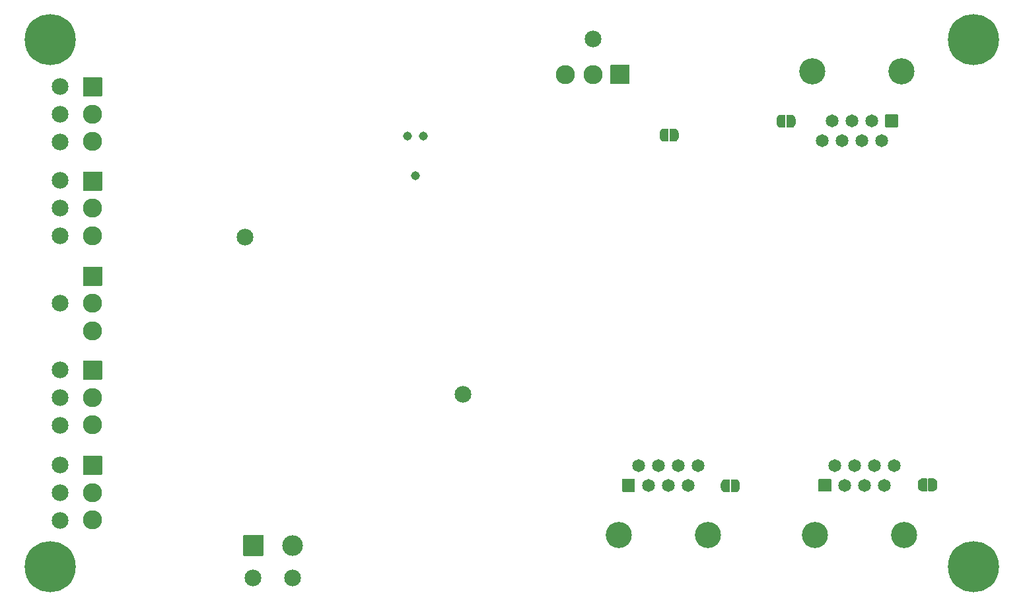
<source format=gbs>
G04 #@! TF.GenerationSoftware,KiCad,Pcbnew,6.0.10-86aedd382b~118~ubuntu18.04.1*
G04 #@! TF.CreationDate,2024-09-27T11:47:30-06:00*
G04 #@! TF.ProjectId,mss-siding,6d73732d-7369-4646-996e-672e6b696361,rev?*
G04 #@! TF.SameCoordinates,Original*
G04 #@! TF.FileFunction,Soldermask,Bot*
G04 #@! TF.FilePolarity,Negative*
%FSLAX46Y46*%
G04 Gerber Fmt 4.6, Leading zero omitted, Abs format (unit mm)*
G04 Created by KiCad (PCBNEW 6.0.10-86aedd382b~118~ubuntu18.04.1) date 2024-09-27 11:47:30*
%MOMM*%
%LPD*%
G01*
G04 APERTURE LIST*
%ADD10C,6.552400*%
%ADD11C,2.452400*%
%ADD12C,1.143000*%
%ADD13C,3.352400*%
%ADD14C,1.652400*%
%ADD15C,2.652400*%
%ADD16C,2.152400*%
G04 APERTURE END LIST*
D10*
X29718000Y-119888000D03*
G36*
G01*
X34029000Y-173200800D02*
X36329000Y-173200800D01*
G75*
G02*
X36405200Y-173277000I0J-76200D01*
G01*
X36405200Y-175577000D01*
G75*
G02*
X36329000Y-175653200I-76200J0D01*
G01*
X34029000Y-175653200D01*
G75*
G02*
X33952800Y-175577000I0J76200D01*
G01*
X33952800Y-173277000D01*
G75*
G02*
X34029000Y-173200800I76200J0D01*
G01*
G37*
D11*
X35179000Y-177927000D03*
X35179000Y-181427000D03*
G36*
G01*
X34029000Y-124686800D02*
X36329000Y-124686800D01*
G75*
G02*
X36405200Y-124763000I0J-76200D01*
G01*
X36405200Y-127063000D01*
G75*
G02*
X36329000Y-127139200I-76200J0D01*
G01*
X34029000Y-127139200D01*
G75*
G02*
X33952800Y-127063000I0J76200D01*
G01*
X33952800Y-124763000D01*
G75*
G02*
X34029000Y-124686800I76200J0D01*
G01*
G37*
X35179000Y-129413000D03*
X35179000Y-132913000D03*
D12*
X76581000Y-137287000D03*
X75565000Y-132207000D03*
X77597000Y-132207000D03*
D13*
X139227500Y-183328750D03*
X127797500Y-183328750D03*
G36*
G01*
X128241300Y-177728750D02*
X128241300Y-176228750D01*
G75*
G02*
X128317500Y-176152550I76200J0D01*
G01*
X129817500Y-176152550D01*
G75*
G02*
X129893700Y-176228750I0J-76200D01*
G01*
X129893700Y-177728750D01*
G75*
G02*
X129817500Y-177804950I-76200J0D01*
G01*
X128317500Y-177804950D01*
G75*
G02*
X128241300Y-177728750I0J76200D01*
G01*
G37*
D14*
X130337500Y-174438750D03*
X131607500Y-176978750D03*
X132877500Y-174438750D03*
X134147500Y-176978750D03*
X135417500Y-174438750D03*
X136687500Y-176978750D03*
X137957500Y-174438750D03*
G36*
G01*
X34029000Y-148943800D02*
X36329000Y-148943800D01*
G75*
G02*
X36405200Y-149020000I0J-76200D01*
G01*
X36405200Y-151320000D01*
G75*
G02*
X36329000Y-151396200I-76200J0D01*
G01*
X34029000Y-151396200D01*
G75*
G02*
X33952800Y-151320000I0J76200D01*
G01*
X33952800Y-149020000D01*
G75*
G02*
X34029000Y-148943800I76200J0D01*
G01*
G37*
D11*
X35179000Y-153670000D03*
X35179000Y-157170000D03*
G36*
G01*
X54466800Y-185954000D02*
X54466800Y-183454000D01*
G75*
G02*
X54543000Y-183377800I76200J0D01*
G01*
X57043000Y-183377800D01*
G75*
G02*
X57119200Y-183454000I0J-76200D01*
G01*
X57119200Y-185954000D01*
G75*
G02*
X57043000Y-186030200I-76200J0D01*
G01*
X54543000Y-186030200D01*
G75*
G02*
X54466800Y-185954000I0J76200D01*
G01*
G37*
D15*
X60793000Y-184704000D03*
G36*
G01*
X34029000Y-136751800D02*
X36329000Y-136751800D01*
G75*
G02*
X36405200Y-136828000I0J-76200D01*
G01*
X36405200Y-139128000D01*
G75*
G02*
X36329000Y-139204200I-76200J0D01*
G01*
X34029000Y-139204200D01*
G75*
G02*
X33952800Y-139128000I0J76200D01*
G01*
X33952800Y-136828000D01*
G75*
G02*
X34029000Y-136751800I76200J0D01*
G01*
G37*
D11*
X35179000Y-141478000D03*
X35179000Y-144978000D03*
D13*
X102616000Y-183348750D03*
X114046000Y-183348750D03*
G36*
G01*
X103059800Y-177748750D02*
X103059800Y-176248750D01*
G75*
G02*
X103136000Y-176172550I76200J0D01*
G01*
X104636000Y-176172550D01*
G75*
G02*
X104712200Y-176248750I0J-76200D01*
G01*
X104712200Y-177748750D01*
G75*
G02*
X104636000Y-177824950I-76200J0D01*
G01*
X103136000Y-177824950D01*
G75*
G02*
X103059800Y-177748750I0J76200D01*
G01*
G37*
D14*
X105156000Y-174458750D03*
X106426000Y-176998750D03*
X107696000Y-174458750D03*
X108966000Y-176998750D03*
X110236000Y-174458750D03*
X111506000Y-176998750D03*
X112776000Y-174458750D03*
G36*
G01*
X34029000Y-161008800D02*
X36329000Y-161008800D01*
G75*
G02*
X36405200Y-161085000I0J-76200D01*
G01*
X36405200Y-163385000D01*
G75*
G02*
X36329000Y-163461200I-76200J0D01*
G01*
X34029000Y-163461200D01*
G75*
G02*
X33952800Y-163385000I0J76200D01*
G01*
X33952800Y-161085000D01*
G75*
G02*
X34029000Y-161008800I76200J0D01*
G01*
G37*
D11*
X35179000Y-165735000D03*
X35179000Y-169235000D03*
G36*
G01*
X104040200Y-123183000D02*
X104040200Y-125483000D01*
G75*
G02*
X103964000Y-125559200I-76200J0D01*
G01*
X101664000Y-125559200D01*
G75*
G02*
X101587800Y-125483000I0J76200D01*
G01*
X101587800Y-123183000D01*
G75*
G02*
X101664000Y-123106800I76200J0D01*
G01*
X103964000Y-123106800D01*
G75*
G02*
X104040200Y-123183000I0J-76200D01*
G01*
G37*
X99314000Y-124333000D03*
X95814000Y-124333000D03*
D13*
X127472500Y-123932750D03*
X138902500Y-123932750D03*
G36*
G01*
X138458700Y-129532750D02*
X138458700Y-131032750D01*
G75*
G02*
X138382500Y-131108950I-76200J0D01*
G01*
X136882500Y-131108950D01*
G75*
G02*
X136806300Y-131032750I0J76200D01*
G01*
X136806300Y-129532750D01*
G75*
G02*
X136882500Y-129456550I76200J0D01*
G01*
X138382500Y-129456550D01*
G75*
G02*
X138458700Y-129532750I0J-76200D01*
G01*
G37*
D14*
X136362500Y-132822750D03*
X135092500Y-130282750D03*
X133822500Y-132822750D03*
X132552500Y-130282750D03*
X131282500Y-132822750D03*
X130012500Y-130282750D03*
X128742500Y-132822750D03*
D10*
X29718000Y-187452000D03*
X148082000Y-187412750D03*
X148082000Y-119848750D03*
D16*
X30988000Y-181483000D03*
X30988000Y-162179000D03*
G36*
X117053020Y-177846373D02*
G01*
X117026958Y-177801232D01*
X117025800Y-177788000D01*
X117025800Y-176288000D01*
X117043627Y-176239020D01*
X117088768Y-176212958D01*
X117102000Y-176211800D01*
X117602000Y-176211800D01*
X117616334Y-176217017D01*
X117683337Y-176218245D01*
X117704664Y-176221699D01*
X117839979Y-176263974D01*
X117859480Y-176273275D01*
X117977490Y-176351830D01*
X117993596Y-176366231D01*
X118084816Y-176474750D01*
X118096233Y-176493092D01*
X118153328Y-176622851D01*
X118159138Y-176643660D01*
X118176060Y-176773068D01*
X118177042Y-176774768D01*
X118178200Y-176788000D01*
X118178200Y-177288000D01*
X118177448Y-177290066D01*
X118177256Y-177305833D01*
X118155445Y-177445910D01*
X118149128Y-177466570D01*
X118088880Y-177594895D01*
X118077018Y-177612953D01*
X117983174Y-177719211D01*
X117966721Y-177733213D01*
X117846826Y-177808861D01*
X117827105Y-177817683D01*
X117690798Y-177856640D01*
X117669392Y-177859573D01*
X117621745Y-177859282D01*
X117615232Y-177863042D01*
X117602000Y-177864200D01*
X117102000Y-177864200D01*
X117053020Y-177846373D01*
G37*
G36*
X116287919Y-177859075D02*
G01*
X116227630Y-177858707D01*
X116206262Y-177855513D01*
X116070441Y-177814894D01*
X116050828Y-177805832D01*
X115931866Y-177728725D01*
X115915585Y-177714522D01*
X115823047Y-177607125D01*
X115811408Y-177588924D01*
X115752731Y-177459872D01*
X115746667Y-177439135D01*
X115726570Y-177298802D01*
X115725800Y-177288000D01*
X115725800Y-176788000D01*
X115725806Y-176787071D01*
X115725955Y-176774855D01*
X115727005Y-176763142D01*
X115750525Y-176623341D01*
X115757094Y-176602758D01*
X115818906Y-176475179D01*
X115830987Y-176457268D01*
X115926122Y-176352164D01*
X115942745Y-176338363D01*
X116063555Y-176264186D01*
X116083383Y-176255606D01*
X116220156Y-176218317D01*
X116241596Y-176215647D01*
X116282802Y-176216402D01*
X116288768Y-176212958D01*
X116302000Y-176211800D01*
X116802000Y-176211800D01*
X116850980Y-176229627D01*
X116877042Y-176274768D01*
X116878200Y-176288000D01*
X116878200Y-177788000D01*
X116860373Y-177836980D01*
X116815232Y-177863042D01*
X116802000Y-177864200D01*
X116302000Y-177864200D01*
X116287919Y-177859075D01*
G37*
X30988000Y-141478000D03*
X31002000Y-174371000D03*
X60833000Y-188849000D03*
X54737000Y-145161000D03*
G36*
X109194020Y-132888373D02*
G01*
X109167958Y-132843232D01*
X109166800Y-132830000D01*
X109166800Y-131330000D01*
X109184627Y-131281020D01*
X109229768Y-131254958D01*
X109243000Y-131253800D01*
X109743000Y-131253800D01*
X109757334Y-131259017D01*
X109824337Y-131260245D01*
X109845664Y-131263699D01*
X109980979Y-131305974D01*
X110000480Y-131315275D01*
X110118490Y-131393830D01*
X110134596Y-131408231D01*
X110225816Y-131516750D01*
X110237233Y-131535092D01*
X110294328Y-131664851D01*
X110300138Y-131685660D01*
X110317060Y-131815068D01*
X110318042Y-131816768D01*
X110319200Y-131830000D01*
X110319200Y-132330000D01*
X110318448Y-132332066D01*
X110318256Y-132347833D01*
X110296445Y-132487910D01*
X110290128Y-132508570D01*
X110229880Y-132636895D01*
X110218018Y-132654953D01*
X110124174Y-132761211D01*
X110107721Y-132775213D01*
X109987826Y-132850861D01*
X109968105Y-132859683D01*
X109831798Y-132898640D01*
X109810392Y-132901573D01*
X109762745Y-132901282D01*
X109756232Y-132905042D01*
X109743000Y-132906200D01*
X109243000Y-132906200D01*
X109194020Y-132888373D01*
G37*
G36*
X108428919Y-132901075D02*
G01*
X108368630Y-132900707D01*
X108347262Y-132897513D01*
X108211441Y-132856894D01*
X108191828Y-132847832D01*
X108072866Y-132770725D01*
X108056585Y-132756522D01*
X107964047Y-132649125D01*
X107952408Y-132630924D01*
X107893731Y-132501872D01*
X107887667Y-132481135D01*
X107867570Y-132340802D01*
X107866800Y-132330000D01*
X107866800Y-131830000D01*
X107866806Y-131829071D01*
X107866955Y-131816855D01*
X107868005Y-131805142D01*
X107891525Y-131665341D01*
X107898094Y-131644758D01*
X107959906Y-131517179D01*
X107971987Y-131499268D01*
X108067122Y-131394164D01*
X108083745Y-131380363D01*
X108204555Y-131306186D01*
X108224383Y-131297606D01*
X108361156Y-131260317D01*
X108382596Y-131257647D01*
X108423802Y-131258402D01*
X108429768Y-131254958D01*
X108443000Y-131253800D01*
X108943000Y-131253800D01*
X108991980Y-131271627D01*
X109018042Y-131316768D01*
X109019200Y-131330000D01*
X109019200Y-132830000D01*
X109001373Y-132878980D01*
X108956232Y-132905042D01*
X108943000Y-132906200D01*
X108443000Y-132906200D01*
X108428919Y-132901075D01*
G37*
X30988000Y-125857000D03*
X99314000Y-119761000D03*
G36*
X142341020Y-177719373D02*
G01*
X142314958Y-177674232D01*
X142313800Y-177661000D01*
X142313800Y-176161000D01*
X142331627Y-176112020D01*
X142376768Y-176085958D01*
X142390000Y-176084800D01*
X142890000Y-176084800D01*
X142904334Y-176090017D01*
X142971337Y-176091245D01*
X142992664Y-176094699D01*
X143127979Y-176136974D01*
X143147480Y-176146275D01*
X143265490Y-176224830D01*
X143281596Y-176239231D01*
X143372816Y-176347750D01*
X143384233Y-176366092D01*
X143441328Y-176495851D01*
X143447138Y-176516660D01*
X143464060Y-176646068D01*
X143465042Y-176647768D01*
X143466200Y-176661000D01*
X143466200Y-177161000D01*
X143465448Y-177163066D01*
X143465256Y-177178833D01*
X143443445Y-177318910D01*
X143437128Y-177339570D01*
X143376880Y-177467895D01*
X143365018Y-177485953D01*
X143271174Y-177592211D01*
X143254721Y-177606213D01*
X143134826Y-177681861D01*
X143115105Y-177690683D01*
X142978798Y-177729640D01*
X142957392Y-177732573D01*
X142909745Y-177732282D01*
X142903232Y-177736042D01*
X142890000Y-177737200D01*
X142390000Y-177737200D01*
X142341020Y-177719373D01*
G37*
G36*
X141575919Y-177732075D02*
G01*
X141515630Y-177731707D01*
X141494262Y-177728513D01*
X141358441Y-177687894D01*
X141338828Y-177678832D01*
X141219866Y-177601725D01*
X141203585Y-177587522D01*
X141111047Y-177480125D01*
X141099408Y-177461924D01*
X141040731Y-177332872D01*
X141034667Y-177312135D01*
X141014570Y-177171802D01*
X141013800Y-177161000D01*
X141013800Y-176661000D01*
X141013806Y-176660071D01*
X141013955Y-176647855D01*
X141015005Y-176636142D01*
X141038525Y-176496341D01*
X141045094Y-176475758D01*
X141106906Y-176348179D01*
X141118987Y-176330268D01*
X141214122Y-176225164D01*
X141230745Y-176211363D01*
X141351555Y-176137186D01*
X141371383Y-176128606D01*
X141508156Y-176091317D01*
X141529596Y-176088647D01*
X141570802Y-176089402D01*
X141576768Y-176085958D01*
X141590000Y-176084800D01*
X142090000Y-176084800D01*
X142138980Y-176102627D01*
X142165042Y-176147768D01*
X142166200Y-176161000D01*
X142166200Y-177661000D01*
X142148373Y-177709980D01*
X142103232Y-177736042D01*
X142090000Y-177737200D01*
X141590000Y-177737200D01*
X141575919Y-177732075D01*
G37*
X30988000Y-153670000D03*
X30988000Y-165735000D03*
G36*
X123977980Y-129493627D02*
G01*
X124004042Y-129538768D01*
X124005200Y-129552000D01*
X124005200Y-131052000D01*
X123987373Y-131100980D01*
X123942232Y-131127042D01*
X123929000Y-131128200D01*
X123429000Y-131128200D01*
X123414666Y-131122983D01*
X123347663Y-131121755D01*
X123326336Y-131118301D01*
X123191021Y-131076026D01*
X123171520Y-131066725D01*
X123053510Y-130988170D01*
X123037404Y-130973769D01*
X122946184Y-130865250D01*
X122934767Y-130846908D01*
X122877672Y-130717149D01*
X122871862Y-130696340D01*
X122854940Y-130566932D01*
X122853958Y-130565232D01*
X122852800Y-130552000D01*
X122852800Y-130052000D01*
X122853552Y-130049934D01*
X122853744Y-130034167D01*
X122875555Y-129894090D01*
X122881872Y-129873430D01*
X122942120Y-129745105D01*
X122953982Y-129727047D01*
X123047826Y-129620789D01*
X123064279Y-129606787D01*
X123184174Y-129531139D01*
X123203895Y-129522317D01*
X123340202Y-129483360D01*
X123361608Y-129480427D01*
X123409255Y-129480718D01*
X123415768Y-129476958D01*
X123429000Y-129475800D01*
X123929000Y-129475800D01*
X123977980Y-129493627D01*
G37*
G36*
X124743081Y-129480925D02*
G01*
X124803370Y-129481293D01*
X124824738Y-129484487D01*
X124960559Y-129525106D01*
X124980172Y-129534168D01*
X125099134Y-129611275D01*
X125115415Y-129625478D01*
X125207953Y-129732875D01*
X125219592Y-129751076D01*
X125278269Y-129880128D01*
X125284333Y-129900865D01*
X125304430Y-130041198D01*
X125305200Y-130052000D01*
X125305200Y-130552000D01*
X125305194Y-130552929D01*
X125305045Y-130565145D01*
X125303995Y-130576858D01*
X125280475Y-130716659D01*
X125273906Y-130737242D01*
X125212094Y-130864821D01*
X125200013Y-130882732D01*
X125104878Y-130987836D01*
X125088255Y-131001637D01*
X124967445Y-131075814D01*
X124947617Y-131084394D01*
X124810844Y-131121683D01*
X124789404Y-131124353D01*
X124748198Y-131123598D01*
X124742232Y-131127042D01*
X124729000Y-131128200D01*
X124229000Y-131128200D01*
X124180020Y-131110373D01*
X124153958Y-131065232D01*
X124152800Y-131052000D01*
X124152800Y-129552000D01*
X124170627Y-129503020D01*
X124215768Y-129476958D01*
X124229000Y-129475800D01*
X124729000Y-129475800D01*
X124743081Y-129480925D01*
G37*
X82677000Y-165354000D03*
X30988000Y-145034000D03*
X30988000Y-177927000D03*
X30988000Y-169291000D03*
X30988000Y-132969000D03*
X30988000Y-137922000D03*
X30988000Y-129413000D03*
X55753000Y-188849000D03*
M02*

</source>
